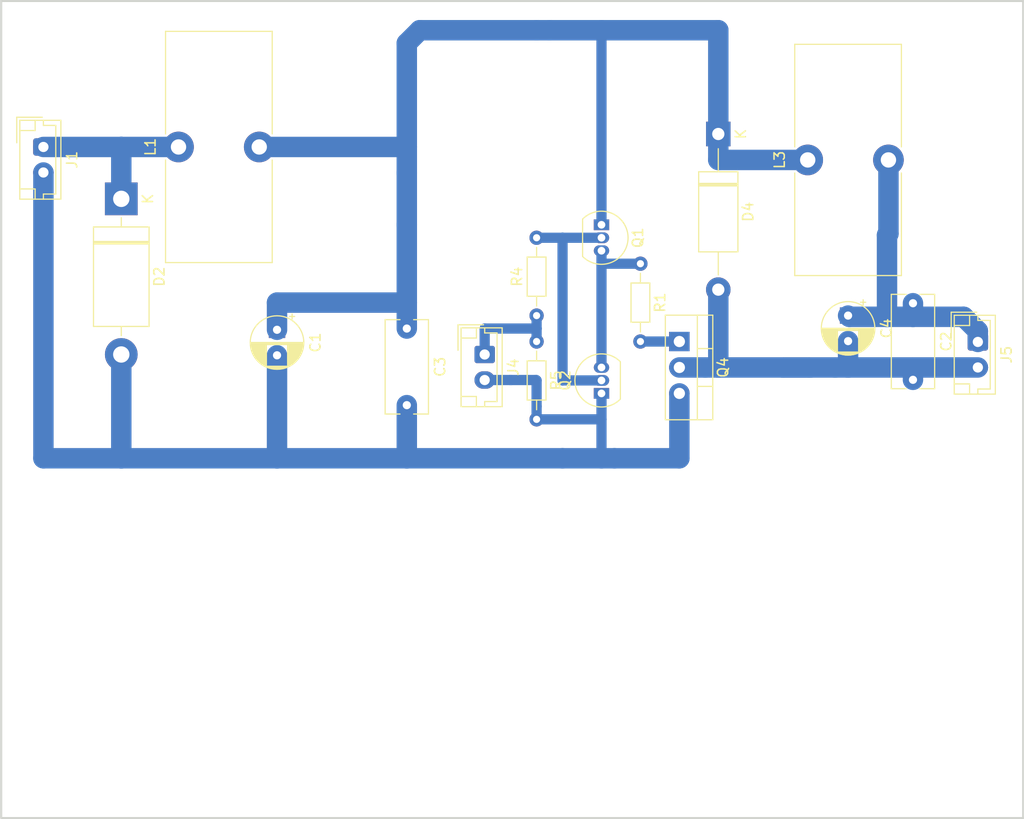
<source format=kicad_pcb>
(kicad_pcb (version 20221018) (generator pcbnew)
  (title_block (title "Battery Heater") (date "2023-10-22") (rev "1") (company "Andrew Boyson"))
  (layers (0 "F.Cu" signal) (31 "B.Cu" signal) (34 "B.Paste" user) (35 "F.Paste" user) (36 "B.SilkS" user "B.Silkscreen") (37 "F.SilkS" user "F.Silkscreen") (38 "B.Mask" user) (39 "F.Mask" user) (44 "Edge.Cuts" user))
  (net 0 "")
  (net 1 "/Supply")
  (net 2 "Net-(D4-K)")
  (net 3 "Net-(D2-A)")
  (net 4 "Net-(J5-Pin_1)")
  (net 5 "Net-(D4-A)")
  (net 6 "Net-(J4-Pin_1)")
  (net 7 "Net-(Q1-B)")
  (net 8 "Net-(Q1-E)")
  (net 9 "Net-(Q4-G)")
  (footprint "Capacitor_THT:CP_Radial_D5.0mm_P2.50mm" (layer "F.Cu") (at 102.87 50.8 -90)
    (fp_text reference "C4" (at 1.25 -3.75 -90) (layer "F.SilkS"))
    (fp_text value "220uF")
    (fp_line (start -1.554775 -1.475) (end -1.054775 -1.475) (stroke (width 0.12)) (layer "F.SilkS"))
    (fp_line (start -1.304775 -1.725) (end -1.304775 -1.225) (stroke (width 0.12)) (layer "F.SilkS"))
    (fp_line (start 1.25 -2.58) (end 1.25 2.58) (stroke (width 0.12)) (layer "F.SilkS"))
    (fp_line (start 1.29 -2.58) (end 1.29 2.58) (stroke (width 0.12)) (layer "F.SilkS"))
    (fp_line (start 1.33 -2.579) (end 1.33 2.579) (stroke (width 0.12)) (layer "F.SilkS"))
    (fp_line (start 1.37 -2.578) (end 1.37 2.578) (stroke (width 0.12)) (layer "F.SilkS"))
    (fp_line (start 1.41 -2.576) (end 1.41 2.576) (stroke (width 0.12)) (layer "F.SilkS"))
    (fp_line (start 1.45 -2.573) (end 1.45 2.573) (stroke (width 0.12)) (layer "F.SilkS"))
    (fp_line (start 1.49 -2.569) (end 1.49 -1.04) (stroke (width 0.12)) (layer "F.SilkS"))
    (fp_line (start 1.49 1.04) (end 1.49 2.569) (stroke (width 0.12)) (layer "F.SilkS"))
    (fp_line (start 1.53 -2.565) (end 1.53 -1.04) (stroke (width 0.12)) (layer "F.SilkS"))
    (fp_line (start 1.53 1.04) (end 1.53 2.565) (stroke (width 0.12)) (layer "F.SilkS"))
    (fp_line (start 1.57 -2.561) (end 1.57 -1.04) (stroke (width 0.12)) (layer "F.SilkS"))
    (fp_line (start 1.57 1.04) (end 1.57 2.561) (stroke (width 0.12)) (layer "F.SilkS"))
    (fp_line (start 1.61 -2.556) (end 1.61 -1.04) (stroke (width 0.12)) (layer "F.SilkS"))
    (fp_line (start 1.61 1.04) (end 1.61 2.556) (stroke (width 0.12)) (layer "F.SilkS"))
    (fp_line (start 1.65 -2.55) (end 1.65 -1.04) (stroke (width 0.12)) (layer "F.SilkS"))
    (fp_line (start 1.65 1.04) (end 1.65 2.55) (stroke (width 0.12)) (layer "F.SilkS"))
    (fp_line (start 1.69 -2.543) (end 1.69 -1.04) (stroke (width 0.12)) (layer "F.SilkS"))
    (fp_line (start 1.69 1.04) (end 1.69 2.543) (stroke (width 0.12)) (layer "F.SilkS"))
    (fp_line (start 1.73 -2.536) (end 1.73 -1.04) (stroke (width 0.12)) (layer "F.SilkS"))
    (fp_line (start 1.73 1.04) (end 1.73 2.536) (stroke (width 0.12)) (layer "F.SilkS"))
    (fp_line (start 1.77 -2.528) (end 1.77 -1.04) (stroke (width 0.12)) (layer "F.SilkS"))
    (fp_line (start 1.77 1.04) (end 1.77 2.528) (stroke (width 0.12)) (layer "F.SilkS"))
    (fp_line (start 1.81 -2.52) (end 1.81 -1.04) (stroke (width 0.12)) (layer "F.SilkS"))
    (fp_line (start 1.81 1.04) (end 1.81 2.52) (stroke (width 0.12)) (layer "F.SilkS"))
    (fp_line (start 1.85 -2.511) (end 1.85 -1.04) (stroke (width 0.12)) (layer "F.SilkS"))
    (fp_line (start 1.85 1.04) (end 1.85 2.511) (stroke (width 0.12)) (layer "F.SilkS"))
    (fp_line (start 1.89 -2.501) (end 1.89 -1.04) (stroke (width 0.12)) (layer "F.SilkS"))
    (fp_line (start 1.89 1.04) (end 1.89 2.501) (stroke (width 0.12)) (layer "F.SilkS"))
    (fp_line (start 1.93 -2.491) (end 1.93 -1.04) (stroke (width 0.12)) (layer "F.SilkS"))
    (fp_line (start 1.93 1.04) (end 1.93 2.491) (stroke (width 0.12)) (layer "F.SilkS"))
    (fp_line (start 1.971 -2.48) (end 1.971 -1.04) (stroke (width 0.12)) (layer "F.SilkS"))
    (fp_line (start 1.971 1.04) (end 1.971 2.48) (stroke (width 0.12)) (layer "F.SilkS"))
    (fp_line (start 2.011 -2.468) (end 2.011 -1.04) (stroke (width 0.12)) (layer "F.SilkS"))
    (fp_line (start 2.011 1.04) (end 2.011 2.468) (stroke (width 0.12)) (layer "F.SilkS"))
    (fp_line (start 2.051 -2.455) (end 2.051 -1.04) (stroke (width 0.12)) (layer "F.SilkS"))
    (fp_line (start 2.051 1.04) (end 2.051 2.455) (stroke (width 0.12)) (layer "F.SilkS"))
    (fp_line (start 2.091 -2.442) (end 2.091 -1.04) (stroke (width 0.12)) (layer "F.SilkS"))
    (fp_line (start 2.091 1.04) (end 2.091 2.442) (stroke (width 0.12)) (layer "F.SilkS"))
    (fp_line (start 2.131 -2.428) (end 2.131 -1.04) (stroke (width 0.12)) (layer "F.SilkS"))
    (fp_line (start 2.131 1.04) (end 2.131 2.428) (stroke (width 0.12)) (layer "F.SilkS"))
    (fp_line (start 2.171 -2.414) (end 2.171 -1.04) (stroke (width 0.12)) (layer "F.SilkS"))
    (fp_line (start 2.171 1.04) (end 2.171 2.414) (stroke (width 0.12)) (layer "F.SilkS"))
    (fp_line (start 2.211 -2.398) (end 2.211 -1.04) (stroke (width 0.12)) (layer "F.SilkS"))
    (fp_line (start 2.211 1.04) (end 2.211 2.398) (stroke (width 0.12)) (layer "F.SilkS"))
    (fp_line (start 2.251 -2.382) (end 2.251 -1.04) (stroke (width 0.12)) (layer "F.SilkS"))
    (fp_line (start 2.251 1.04) (end 2.251 2.382) (stroke (width 0.12)) (layer "F.SilkS"))
    (fp_line (start 2.291 -2.365) (end 2.291 -1.04) (stroke (width 0.12)) (layer "F.SilkS"))
    (fp_line (start 2.291 1.04) (end 2.291 2.365) (stroke (width 0.12)) (layer "F.SilkS"))
    (fp_line (start 2.331 -2.348) (end 2.331 -1.04) (stroke (width 0.12)) (layer "F.SilkS"))
    (fp_line (start 2.331 1.04) (end 2.331 2.348) (stroke (width 0.12)) (layer "F.SilkS"))
    (fp_line (start 2.371 -2.329) (end 2.371 -1.04) (stroke (width 0.12)) (layer "F.SilkS"))
    (fp_line (start 2.371 1.04) (end 2.371 2.329) (stroke (width 0.12)) (layer "F.SilkS"))
    (fp_line (start 2.411 -2.31) (end 2.411 -1.04) (stroke (width 0.12)) (layer "F.SilkS"))
    (fp_line (start 2.411 1.04) (end 2.411 2.31) (stroke (width 0.12)) (layer "F.SilkS"))
    (fp_line (start 2.451 -2.29) (end 2.451 -1.04) (stroke (width 0.12)) (layer "F.SilkS"))
    (fp_line (start 2.451 1.04) (end 2.451 2.29) (stroke (width 0.12)) (layer "F.SilkS"))
    (fp_line (start 2.491 -2.268) (end 2.491 -1.04) (stroke (width 0.12)) (layer "F.SilkS"))
    (fp_line (start 2.491 1.04) (end 2.491 2.268) (stroke (width 0.12)) (layer "F.SilkS"))
    (fp_line (start 2.531 -2.247) (end 2.531 -1.04) (stroke (width 0.12)) (layer "F.SilkS"))
    (fp_line (start 2.531 1.04) (end 2.531 2.247) (stroke (width 0.12)) (layer "F.SilkS"))
    (fp_line (start 2.571 -2.224) (end 2.571 -1.04) (stroke (width 0.12)) (layer "F.SilkS"))
    (fp_line (start 2.571 1.04) (end 2.571 2.224) (stroke (width 0.12)) (layer "F.SilkS"))
    (fp_line (start 2.611 -2.2) (end 2.611 -1.04) (stroke (width 0.12)) (layer "F.SilkS"))
    (fp_line (start 2.611 1.04) (end 2.611 2.2) (stroke (width 0.12)) (layer "F.SilkS"))
    (fp_line (start 2.651 -2.175) (end 2.651 -1.04) (stroke (width 0.12)) (layer "F.SilkS"))
    (fp_line (start 2.651 1.04) (end 2.651 2.175) (stroke (width 0.12)) (layer "F.SilkS"))
    (fp_line (start 2.691 -2.149) (end 2.691 -1.04) (stroke (width 0.12)) (layer "F.SilkS"))
    (fp_line (start 2.691 1.04) (end 2.691 2.149) (stroke (width 0.12)) (layer "F.SilkS"))
    (fp_line (start 2.731 -2.122) (end 2.731 -1.04) (stroke (width 0.12)) (layer "F.SilkS"))
    (fp_line (start 2.731 1.04) (end 2.731 2.122) (stroke (width 0.12)) (layer "F.SilkS"))
    (fp_line (start 2.771 -2.095) (end 2.771 -1.04) (stroke (width 0.12)) (layer "F.SilkS"))
    (fp_line (start 2.771 1.04) (end 2.771 2.095) (stroke (width 0.12)) (layer "F.SilkS"))
    (fp_line (start 2.811 -2.065) (end 2.811 -1.04) (stroke (width 0.12)) (layer "F.SilkS"))
    (fp_line (start 2.811 1.04) (end 2.811 2.065) (stroke (width 0.12)) (layer "F.SilkS"))
    (fp_line (start 2.851 -2.035) (end 2.851 -1.04) (stroke (width 0.12)) (layer "F.SilkS"))
    (fp_line (start 2.851 1.04) (end 2.851 2.035) (stroke (width 0.12)) (layer "F.SilkS"))
    (fp_line (start 2.891 -2.004) (end 2.891 -1.04) (stroke (width 0.12)) (layer "F.SilkS"))
    (fp_line (start 2.891 1.04) (end 2.891 2.004) (stroke (width 0.12)) (layer "F.SilkS"))
    (fp_line (start 2.931 -1.971) (end 2.931 -1.04) (stroke (width 0.12)) (layer "F.SilkS"))
    (fp_line (start 2.931 1.04) (end 2.931 1.971) (stroke (width 0.12)) (layer "F.SilkS"))
    (fp_line (start 2.971 -1.937) (end 2.971 -1.04) (stroke (width 0.12)) (layer "F.SilkS"))
    (fp_line (start 2.971 1.04) (end 2.971 1.937) (stroke (width 0.12)) (layer "F.SilkS"))
    (fp_line (start 3.011 -1.901) (end 3.011 -1.04) (stroke (width 0.12)) (layer "F.SilkS"))
    (fp_line (start 3.011 1.04) (end 3.011 1.901) (stroke (width 0.12)) (layer "F.SilkS"))
    (fp_line (start 3.051 -1.864) (end 3.051 -1.04) (stroke (width 0.12)) (layer "F.SilkS"))
    (fp_line (start 3.051 1.04) (end 3.051 1.864) (stroke (width 0.12)) (layer "F.SilkS"))
    (fp_line (start 3.091 -1.826) (end 3.091 -1.04) (stroke (width 0.12)) (layer "F.SilkS"))
    (fp_line (start 3.091 1.04) (end 3.091 1.826) (stroke (width 0.12)) (layer "F.SilkS"))
    (fp_line (start 3.131 -1.785) (end 3.131 -1.04) (stroke (width 0.12)) (layer "F.SilkS"))
    (fp_line (start 3.131 1.04) (end 3.131 1.785) (stroke (width 0.12)) (layer "F.SilkS"))
    (fp_line (start 3.171 -1.743) (end 3.171 -1.04) (stroke (width 0.12)) (layer "F.SilkS"))
    (fp_line (start 3.171 1.04) (end 3.171 1.743) (stroke (width 0.12)) (layer "F.SilkS"))
    (fp_line (start 3.211 -1.699) (end 3.211 -1.04) (stroke (width 0.12)) (layer "F.SilkS"))
    (fp_line (start 3.211 1.04) (end 3.211 1.699) (stroke (width 0.12)) (layer "F.SilkS"))
    (fp_line (start 3.251 -1.653) (end 3.251 -1.04) (stroke (width 0.12)) (layer "F.SilkS"))
    (fp_line (start 3.251 1.04) (end 3.251 1.653) (stroke (width 0.12)) (layer "F.SilkS"))
    (fp_line (start 3.291 -1.605) (end 3.291 -1.04) (stroke (width 0.12)) (layer "F.SilkS"))
    (fp_line (start 3.291 1.04) (end 3.291 1.605) (stroke (width 0.12)) (layer "F.SilkS"))
    (fp_line (start 3.331 -1.554) (end 3.331 -1.04) (stroke (width 0.12)) (layer "F.SilkS"))
    (fp_line (start 3.331 1.04) (end 3.331 1.554) (stroke (width 0.12)) (layer "F.SilkS"))
    (fp_line (start 3.371 -1.5) (end 3.371 -1.04) (stroke (width 0.12)) (layer "F.SilkS"))
    (fp_line (start 3.371 1.04) (end 3.371 1.5) (stroke (width 0.12)) (layer "F.SilkS"))
    (fp_line (start 3.411 -1.443) (end 3.411 -1.04) (stroke (width 0.12)) (layer "F.SilkS"))
    (fp_line (start 3.411 1.04) (end 3.411 1.443) (stroke (width 0.12)) (layer "F.SilkS"))
    (fp_line (start 3.451 -1.383) (end 3.451 -1.04) (stroke (width 0.12)) (layer "F.SilkS"))
    (fp_line (start 3.451 1.04) (end 3.451 1.383) (stroke (width 0.12)) (layer "F.SilkS"))
    (fp_line (start 3.491 -1.319) (end 3.491 -1.04) (stroke (width 0.12)) (layer "F.SilkS"))
    (fp_line (start 3.491 1.04) (end 3.491 1.319) (stroke (width 0.12)) (layer "F.SilkS"))
    (fp_line (start 3.531 -1.251) (end 3.531 -1.04) (stroke (width 0.12)) (layer "F.SilkS"))
    (fp_line (start 3.531 1.04) (end 3.531 1.251) (stroke (width 0.12)) (layer "F.SilkS"))
    (fp_line (start 3.571 -1.178) (end 3.571 1.178) (stroke (width 0.12)) (layer "F.SilkS"))
    (fp_line (start 3.611 -1.098) (end 3.611 1.098) (stroke (width 0.12)) (layer "F.SilkS"))
    (fp_line (start 3.651 -1.011) (end 3.651 1.011) (stroke (width 0.12)) (layer "F.SilkS"))
    (fp_line (start 3.691 -0.915) (end 3.691 0.915) (stroke (width 0.12)) (layer "F.SilkS"))
    (fp_line (start 3.731 -0.805) (end 3.731 0.805) (stroke (width 0.12)) (layer "F.SilkS"))
    (fp_line (start 3.771 -0.677) (end 3.771 0.677) (stroke (width 0.12)) (layer "F.SilkS"))
    (fp_line (start 3.811 -0.518) (end 3.811 0.518) (stroke (width 0.12)) (layer "F.SilkS"))
    (fp_line (start 3.851 -0.284) (end 3.851 0.284) (stroke (width 0.12)) (layer "F.SilkS"))
    (fp_circle (center 1.25 0) (end 3.87 0) (stroke (width 0.12)) (fill none) (layer "F.SilkS"))
    (pad "1" thru_hole rect (at 0 0 270) (size 1.6 1.6) (drill 0.8) (layers "*.Cu" "*.Mask") (net 4 "Net-(J5-Pin_1)"))
    (pad "2" thru_hole circle (at 2.5 0 270) (size 1.6 1.6) (drill 0.8) (layers "*.Cu" "*.Mask") (net 5 "Net-(D4-A)"))
  )
  (footprint "Resistor_THT:R_Axial_DIN0204_L3.6mm_D1.6mm_P7.62mm_Horizontal" (layer "F.Cu") (at 82.55 45.72 -90)
    (fp_text reference "R1" (at 3.81 -1.92 90) (layer "F.SilkS"))
    (fp_text value "10R")
    (fp_line (start 0.94 0) (end 1.89 0) (stroke (width 0.12)) (layer "F.SilkS"))
    (fp_line (start 1.89 -0.92) (end 1.89 0.92) (stroke (width 0.12)) (layer "F.SilkS"))
    (fp_line (start 1.89 0.92) (end 5.73 0.92) (stroke (width 0.12)) (layer "F.SilkS"))
    (fp_line (start 5.73 -0.92) (end 1.89 -0.92) (stroke (width 0.12)) (layer "F.SilkS"))
    (fp_line (start 5.73 0.92) (end 5.73 -0.92) (stroke (width 0.12)) (layer "F.SilkS"))
    (fp_line (start 6.68 0) (end 5.73 0) (stroke (width 0.12)) (layer "F.SilkS"))
    (pad "1" thru_hole circle (at 0 0 270) (size 1.4 1.4) (drill 0.7) (layers "*.Cu" "*.Mask") (net 8 "Net-(Q1-E)"))
    (pad "2" thru_hole oval (at 7.62 0 270) (size 1.4 1.4) (drill 0.7) (layers "*.Cu" "*.Mask") (net 9 "Net-(Q4-G)"))
  )
  (footprint "Inductor_THT:L_Toroid_Vertical_L22.4mm_W10.2mm_P7.90mm_Vishay_TJ4" (layer "F.Cu") (at 98.92 35.56 90)
    (fp_text reference "L3" (at 0 -2.75 90) (layer "F.SilkS"))
    (fp_text value "100uH")
    (fp_line (start -11.32 -1.27) (end -11.32 9.17) (stroke (width 0.12)) (layer "F.SilkS"))
    (fp_line (start -11.32 -1.27) (end -1.279 -1.27) (stroke (width 0.12)) (layer "F.SilkS"))
    (fp_line (start -11.32 9.17) (end -1.279 9.17) (stroke (width 0.12)) (layer "F.SilkS"))
    (fp_line (start 1.279 -1.27) (end 11.32 -1.27) (stroke (width 0.12)) (layer "F.SilkS"))
    (fp_line (start 1.279 9.17) (end 11.32 9.17) (stroke (width 0.12)) (layer "F.SilkS"))
    (fp_line (start 11.32 -1.27) (end 11.32 9.17) (stroke (width 0.12)) (layer "F.SilkS"))
    (pad "1" thru_hole circle (at 0 0 90) (size 3 3) (drill 1.5) (layers "*.Cu" "*.Mask") (net 2 "Net-(D4-K)"))
    (pad "2" thru_hole circle (at 0 7.9 90) (size 3 3) (drill 1.5) (layers "*.Cu" "*.Mask") (net 4 "Net-(J5-Pin_1)"))
  )
  (footprint "Package_TO_SOT_THT:TO-220-3_Vertical" (layer "F.Cu") (at 86.36 53.34 -90)
    (fp_text reference "Q4" (at 2.54 -4.27 90) (layer "F.SilkS"))
    (fp_text value "IRLZ34N")
    (fp_line (start -2.58 -3.27) (end -2.58 1.371) (stroke (width 0.12)) (layer "F.SilkS"))
    (fp_line (start -2.58 -3.27) (end 7.66 -3.27) (stroke (width 0.12)) (layer "F.SilkS"))
    (fp_line (start -2.58 -1.76) (end 7.66 -1.76) (stroke (width 0.12)) (layer "F.SilkS"))
    (fp_line (start -2.58 1.371) (end 7.66 1.371) (stroke (width 0.12)) (layer "F.SilkS"))
    (fp_line (start 0.69 -3.27) (end 0.69 -1.76) (stroke (width 0.12)) (layer "F.SilkS"))
    (fp_line (start 4.391 -3.27) (end 4.391 -1.76) (stroke (width 0.12)) (layer "F.SilkS"))
    (fp_line (start 7.66 -3.27) (end 7.66 1.371) (stroke (width 0.12)) (layer "F.SilkS"))
    (pad "1" thru_hole rect (at 0 0 270) (size 1.905 2) (drill 1.1) (layers "*.Cu" "*.Mask") (net 9 "Net-(Q4-G)"))
    (pad "2" thru_hole oval (at 2.54 0 270) (size 1.905 2) (drill 1.1) (layers "*.Cu" "*.Mask") (net 5 "Net-(D4-A)"))
    (pad "3" thru_hole oval (at 5.08 0 270) (size 1.905 2) (drill 1.1) (layers "*.Cu" "*.Mask") (net 3 "Net-(D2-A)"))
  )
  (footprint "Capacitor_THT:C_Rect_L9.0mm_W4.0mm_P7.50mm_MKT" (layer "F.Cu") (at 59.69 52.07 -90)
    (fp_text reference "C3" (at 3.75 -3.25 90) (layer "F.SilkS"))
    (fp_text value "0.1uF")
    (fp_line (start -0.87 -2.12) (end -0.87 -0.665) (stroke (width 0.12)) (layer "F.SilkS"))
    (fp_line (start -0.87 -2.12) (end 8.37 -2.12) (stroke (width 0.12)) (layer "F.SilkS"))
    (fp_line (start -0.87 0.665) (end -0.87 2.12) (stroke (width 0.12)) (layer "F.SilkS"))
    (fp_line (start -0.87 2.12) (end 8.37 2.12) (stroke (width 0.12)) (layer "F.SilkS"))
    (fp_line (start 8.37 -2.12) (end 8.37 -0.665) (stroke (width 0.12)) (layer "F.SilkS"))
    (fp_line (start 8.37 0.665) (end 8.37 2.12) (stroke (width 0.12)) (layer "F.SilkS"))
    (pad "1" thru_hole circle (at 0 0 270) (size 1.6 1.6) (drill 0.8) (layers "*.Cu" "*.Mask") (net 2 "Net-(D4-K)"))
    (pad "2" thru_hole circle (at 7.5 0 270) (size 1.6 1.6) (drill 0.8) (layers "*.Cu" "*.Mask") (net 3 "Net-(D2-A)"))
  )
  (footprint "Capacitor_THT:CP_Radial_D5.0mm_P2.50mm" (layer "F.Cu") (at 46.99 52.19 -90)
    (fp_text reference "C1" (at 1.25 -3.75 -90) (layer "F.SilkS"))
    (fp_text value "220uF")
    (fp_line (start -1.554775 -1.475) (end -1.054775 -1.475) (stroke (width 0.12)) (layer "F.SilkS"))
    (fp_line (start -1.304775 -1.725) (end -1.304775 -1.225) (stroke (width 0.12)) (layer "F.SilkS"))
    (fp_line (start 1.25 -2.58) (end 1.25 2.58) (stroke (width 0.12)) (layer "F.SilkS"))
    (fp_line (start 1.29 -2.58) (end 1.29 2.58) (stroke (width 0.12)) (layer "F.SilkS"))
    (fp_line (start 1.33 -2.579) (end 1.33 2.579) (stroke (width 0.12)) (layer "F.SilkS"))
    (fp_line (start 1.37 -2.578) (end 1.37 2.578) (stroke (width 0.12)) (layer "F.SilkS"))
    (fp_line (start 1.41 -2.576) (end 1.41 2.576) (stroke (width 0.12)) (layer "F.SilkS"))
    (fp_line (start 1.45 -2.573) (end 1.45 2.573) (stroke (width 0.12)) (layer "F.SilkS"))
    (fp_line (start 1.49 -2.569) (end 1.49 -1.04) (stroke (width 0.12)) (layer "F.SilkS"))
    (fp_line (start 1.49 1.04) (end 1.49 2.569) (stroke (width 0.12)) (layer "F.SilkS"))
    (fp_line (start 1.53 -2.565) (end 1.53 -1.04) (stroke (width 0.12)) (layer "F.SilkS"))
    (fp_line (start 1.53 1.04) (end 1.53 2.565) (stroke (width 0.12)) (layer "F.SilkS"))
    (fp_line (start 1.57 -2.561) (end 1.57 -1.04) (stroke (width 0.12)) (layer "F.SilkS"))
    (fp_line (start 1.57 1.04) (end 1.57 2.561) (stroke (width 0.12)) (layer "F.SilkS"))
    (fp_line (start 1.61 -2.556) (end 1.61 -1.04) (stroke (width 0.12)) (layer "F.SilkS"))
    (fp_line (start 1.61 1.04) (end 1.61 2.556) (stroke (width 0.12)) (layer "F.SilkS"))
    (fp_line (start 1.65 -2.55) (end 1.65 -1.04) (stroke (width 0.12)) (layer "F.SilkS"))
    (fp_line (start 1.65 1.04) (end 1.65 2.55) (stroke (width 0.12)) (layer "F.SilkS"))
    (fp_line (start 1.69 -2.543) (end 1.69 -1.04) (stroke (width 0.12)) (layer "F.SilkS"))
    (fp_line (start 1.69 1.04) (end 1.69 2.543) (stroke (width 0.12)) (layer "F.SilkS"))
    (fp_line (start 1.73 -2.536) (end 1.73 -1.04) (stroke (width 0.12)) (layer "F.SilkS"))
    (fp_line (start 1.73 1.04) (end 1.73 2.536) (stroke (width 0.12)) (layer "F.SilkS"))
    (fp_line (start 1.77 -2.528) (end 1.77 -1.04) (stroke (width 0.12)) (layer "F.SilkS"))
    (fp_line (start 1.77 1.04) (end 1.77 2.528) (stroke (width 0.12)) (layer "F.SilkS"))
    (fp_line (start 1.81 -2.52) (end 1.81 -1.04) (stroke (width 0.12)) (layer "F.SilkS"))
    (fp_line (start 1.81 1.04) (end 1.81 2.52) (stroke (width 0.12)) (layer "F.SilkS"))
    (fp_line (start 1.85 -2.511) (end 1.85 -1.04) (stroke (width 0.12)) (layer "F.SilkS"))
    (fp_line (start 1.85 1.04) (end 1.85 2.511) (stroke (width 0.12)) (layer "F.SilkS"))
    (fp_line (start 1.89 -2.501) (end 1.89 -1.04) (stroke (width 0.12)) (layer "F.SilkS"))
    (fp_line (start 1.89 1.04) (end 1.89 2.501) (stroke (width 0.12)) (layer "F.SilkS"))
    (fp_line (start 1.93 -2.491) (end 1.93 -1.04) (stroke (width 0.12)) (layer "F.SilkS"))
    (fp_line (start 1.93 1.04) (end 1.93 2.491) (stroke (width 0.12)) (layer "F.SilkS"))
    (fp_line (start 1.971 -2.48) (end 1.971 -1.04) (stroke (width 0.12)) (layer "F.SilkS"))
    (fp_line (start 1.971 1.04) (end 1.971 2.48) (stroke (width 0.12)) (layer "F.SilkS"))
    (fp_line (start 2.011 -2.468) (end 2.011 -1.04) (stroke (width 0.12)) (layer "F.SilkS"))
    (fp_line (start 2.011 1.04) (end 2.011 2.468) (stroke (width 0.12)) (layer "F.SilkS"))
    (fp_line (start 2.051 -2.455) (end 2.051 -1.04) (stroke (width 0.12)) (layer "F.SilkS"))
    (fp_line (start 2.051 1.04) (end 2.051 2.455) (stroke (width 0.12)) (layer "F.SilkS"))
    (fp_line (start 2.091 -2.442) (end 2.091 -1.04) (stroke (width 0.12)) (layer "F.SilkS"))
    (fp_line (start 2.091 1.04) (end 2.091 2.442) (stroke (width 0.12)) (layer "F.SilkS"))
    (fp_line (start 2.131 -2.428) (end 2.131 -1.04) (stroke (width 0.12)) (layer "F.SilkS"))
    (fp_line (start 2.131 1.04) (end 2.131 2.428) (stroke (width 0.12)) (layer "F.SilkS"))
    (fp_line (start 2.171 -2.414) (end 2.171 -1.04) (stroke (width 0.12)) (layer "F.SilkS"))
    (fp_line (start 2.171 1.04) (end 2.171 2.414) (stroke (width 0.12)) (layer "F.SilkS"))
    (fp_line (start 2.211 -2.398) (end 2.211 -1.04) (stroke (width 0.12)) (layer "F.SilkS"))
    (fp_line (start 2.211 1.04) (end 2.211 2.398) (stroke (width 0.12)) (layer "F.SilkS"))
    (fp_line (start 2.251 -2.382) (end 2.251 -1.04) (stroke (width 0.12)) (layer "F.SilkS"))
    (fp_line (start 2.251 1.04) (end 2.251 2.382) (stroke (width 0.12)) (layer "F.SilkS"))
    (fp_line (start 2.291 -2.365) (end 2.291 -1.04) (stroke (width 0.12)) (layer "F.SilkS"))
    (fp_line (start 2.291 1.04) (end 2.291 2.365) (stroke (width 0.12)) (layer "F.SilkS"))
    (fp_line (start 2.331 -2.348) (end 2.331 -1.04) (stroke (width 0.12)) (layer "F.SilkS"))
    (fp_line (start 2.331 1.04) (end 2.331 2.348) (stroke (width 0.12)) (layer "F.SilkS"))
    (fp_line (start 2.371 -2.329) (end 2.371 -1.04) (stroke (width 0.12)) (layer "F.SilkS"))
    (fp_line (start 2.371 1.04) (end 2.371 2.329) (stroke (width 0.12)) (layer "F.SilkS"))
    (fp_line (start 2.411 -2.31) (end 2.411 -1.04) (stroke (width 0.12)) (layer "F.SilkS"))
    (fp_line (start 2.411 1.04) (end 2.411 2.31) (stroke (width 0.12)) (layer "F.SilkS"))
    (fp_line (start 2.451 -2.29) (end 2.451 -1.04) (stroke (width 0.12)) (layer "F.SilkS"))
    (fp_line (start 2.451 1.04) (end 2.451 2.29) (stroke (width 0.12)) (layer "F.SilkS"))
    (fp_line (start 2.491 -2.268) (end 2.491 -1.04) (stroke (width 0.12)) (layer "F.SilkS"))
    (fp_line (start 2.491 1.04) (end 2.491 2.268) (stroke (width 0.12)) (layer "F.SilkS"))
    (fp_line (start 2.531 -2.247) (end 2.531 -1.04) (stroke (width 0.12)) (layer "F.SilkS"))
    (fp_line (start 2.531 1.04) (end 2.531 2.247) (stroke (width 0.12)) (layer "F.SilkS"))
    (fp_line (start 2.571 -2.224) (end 2.571 -1.04) (stroke (width 0.12)) (layer "F.SilkS"))
    (fp_line (start 2.571 1.04) (end 2.571 2.224) (stroke (width 0.12)) (layer "F.SilkS"))
    (fp_line (start 2.611 -2.2) (end 2.611 -1.04) (stroke (width 0.12)) (layer "F.SilkS"))
    (fp_line (start 2.611 1.04) (end 2.611 2.2) (stroke (width 0.12)) (layer "F.SilkS"))
    (fp_line (start 2.651 -2.175) (end 2.651 -1.04) (stroke (width 0.12)) (layer "F.SilkS"))
    (fp_line (start 2.651 1.04) (end 2.651 2.175) (stroke (width 0.12)) (layer "F.SilkS"))
    (fp_line (start 2.691 -2.149) (end 2.691 -1.04) (stroke (width 0.12)) (layer "F.SilkS"))
    (fp_line (start 2.691 1.04) (end 2.691 2.149) (stroke (width 0.12)) (layer "F.SilkS"))
    (fp_line (start 2.731 -2.122) (end 2.731 -1.04) (stroke (width 0.12)) (layer "F.SilkS"))
    (fp_line (start 2.731 1.04) (end 2.731 2.122) (stroke (width 0.12)) (layer "F.SilkS"))
    (fp_line (start 2.771 -2.095) (end 2.771 -1.04) (stroke (width 0.12)) (layer "F.SilkS"))
    (fp_line (start 2.771 1.04) (end 2.771 2.095) (stroke (width 0.12)) (layer "F.SilkS"))
    (fp_line (start 2.811 -2.065) (end 2.811 -1.04) (stroke (width 0.12)) (layer "F.SilkS"))
    (fp_line (start 2.811 1.04) (end 2.811 2.065) (stroke (width 0.12)) (layer "F.SilkS"))
    (fp_line (start 2.851 -2.035) (end 2.851 -1.04) (stroke (width 0.12)) (layer "F.SilkS"))
    (fp_line (start 2.851 1.04) (end 2.851 2.035) (stroke (width 0.12)) (layer "F.SilkS"))
    (fp_line (start 2.891 -2.004) (end 2.891 -1.04) (stroke (width 0.12)) (layer "F.SilkS"))
    (fp_line (start 2.891 1.04) (end 2.891 2.004) (stroke (width 0.12)) (layer "F.SilkS"))
    (fp_line (start 2.931 -1.971) (end 2.931 -1.04) (stroke (width 0.12)) (layer "F.SilkS"))
    (fp_line (start 2.931 1.04) (end 2.931 1.971) (stroke (width 0.12)) (layer "F.SilkS"))
    (fp_line (start 2.971 -1.937) (end 2.971 -1.04) (stroke (width 0.12)) (layer "F.SilkS"))
    (fp_line (start 2.971 1.04) (end 2.971 1.937) (stroke (width 0.12)) (layer "F.SilkS"))
    (fp_line (start 3.011 -1.901) (end 3.011 -1.04) (stroke (width 0.12)) (layer "F.SilkS"))
    (fp_line (start 3.011 1.04) (end 3.011 1.901) (stroke (width 0.12)) (layer "F.SilkS"))
    (fp_line (start 3.051 -1.864) (end 3.051 -1.04) (stroke (width 0.12)) (layer "F.SilkS"))
    (fp_line (start 3.051 1.04) (end 3.051 1.864) (stroke (width 0.12)) (layer "F.SilkS"))
    (fp_line (start 3.091 -1.826) (end 3.091 -1.04) (stroke (width 0.12)) (layer "F.SilkS"))
    (fp_line (start 3.091 1.04) (end 3.091 1.826) (stroke (width 0.12)) (layer "F.SilkS"))
    (fp_line (start 3.131 -1.785) (end 3.131 -1.04) (stroke (width 0.12)) (layer "F.SilkS"))
    (fp_line (start 3.131 1.04) (end 3.131 1.785) (stroke (width 0.12)) (layer "F.SilkS"))
    (fp_line (start 3.171 -1.743) (end 3.171 -1.04) (stroke (width 0.12)) (layer "F.SilkS"))
    (fp_line (start 3.171 1.04) (end 3.171 1.743) (stroke (width 0.12)) (layer "F.SilkS"))
    (fp_line (start 3.211 -1.699) (end 3.211 -1.04) (stroke (width 0.12)) (layer "F.SilkS"))
    (fp_line (start 3.211 1.04) (end 3.211 1.699) (stroke (width 0.12)) (layer "F.SilkS"))
    (fp_line (start 3.251 -1.653) (end 3.251 -1.04) (stroke (width 0.12)) (layer "F.SilkS"))
    (fp_line (start 3.251 1.04) (end 3.251 1.653) (stroke (width 0.12)) (layer "F.SilkS"))
    (fp_line (start 3.291 -1.605) (end 3.291 -1.04) (stroke (width 0.12)) (layer "F.SilkS"))
    (fp_line (start 3.291 1.04) (end 3.291 1.605) (stroke (width 0.12)) (layer "F.SilkS"))
    (fp_line (start 3.331 -1.554) (end 3.331 -1.04) (stroke (width 0.12)) (layer "F.SilkS"))
    (fp_line (start 3.331 1.04) (end 3.331 1.554) (stroke (width 0.12)) (layer "F.SilkS"))
    (fp_line (start 3.371 -1.5) (end 3.371 -1.04) (stroke (width 0.12)) (layer "F.SilkS"))
    (fp_line (start 3.371 1.04) (end 3.371 1.5) (stroke (width 0.12)) (layer "F.SilkS"))
    (fp_line (start 3.411 -1.443) (end 3.411 -1.04) (stroke (width 0.12)) (layer "F.SilkS"))
    (fp_line (start 3.411 1.04) (end 3.411 1.443) (stroke (width 0.12)) (layer "F.SilkS"))
    (fp_line (start 3.451 -1.383) (end 3.451 -1.04) (stroke (width 0.12)) (layer "F.SilkS"))
    (fp_line (start 3.451 1.04) (end 3.451 1.383) (stroke (width 0.12)) (layer "F.SilkS"))
    (fp_line (start 3.491 -1.319) (end 3.491 -1.04) (stroke (width 0.12)) (layer "F.SilkS"))
    (fp_line (start 3.491 1.04) (end 3.491 1.319) (stroke (width 0.12)) (layer "F.SilkS"))
    (fp_line (start 3.531 -1.251) (end 3.531 -1.04) (stroke (width 0.12)) (layer "F.SilkS"))
    (fp_line (start 3.531 1.04) (end 3.531 1.251) (stroke (width 0.12)) (layer "F.SilkS"))
    (fp_line (start 3.571 -1.178) (end 3.571 1.178) (stroke (width 0.12)) (layer "F.SilkS"))
    (fp_line (start 3.611 -1.098) (end 3.611 1.098) (stroke (width 0.12)) (layer "F.SilkS"))
    (fp_line (start 3.651 -1.011) (end 3.651 1.011) (stroke (width 0.12)) (layer "F.SilkS"))
    (fp_line (start 3.691 -0.915) (end 3.691 0.915) (stroke (width 0.12)) (layer "F.SilkS"))
    (fp_line (start 3.731 -0.805) (end 3.731 0.805) (stroke (width 0.12)) (layer "F.SilkS"))
    (fp_line (start 3.771 -0.677) (end 3.771 0.677) (stroke (width 0.12)) (layer "F.SilkS"))
    (fp_line (start 3.811 -0.518) (end 3.811 0.518) (stroke (width 0.12)) (layer "F.SilkS"))
    (fp_line (start 3.851 -0.284) (end 3.851 0.284) (stroke (width 0.12)) (layer "F.SilkS"))
    (fp_circle (center 1.25 0) (end 3.87 0) (stroke (width 0.12)) (fill none) (layer "F.SilkS"))
    (pad "1" thru_hole rect (at 0 0 270) (size 1.6 1.6) (drill 0.8) (layers "*.Cu" "*.Mask") (net 2 "Net-(D4-K)"))
    (pad "2" thru_hole circle (at 2.5 0 270) (size 1.6 1.6) (drill 0.8) (layers "*.Cu" "*.Mask") (net 3 "Net-(D2-A)"))
  )
  (footprint "Capacitor_THT:C_Rect_L9.0mm_W4.0mm_P7.50mm_MKT" (layer "F.Cu") (at 109.22 49.59 -90)
    (fp_text reference "C2" (at 3.75 -3.25 90) (layer "F.SilkS"))
    (fp_text value "0.1uF")
    (fp_line (start -0.87 -2.12) (end -0.87 -0.665) (stroke (width 0.12)) (layer "F.SilkS"))
    (fp_line (start -0.87 -2.12) (end 8.37 -2.12) (stroke (width 0.12)) (layer "F.SilkS"))
    (fp_line (start -0.87 0.665) (end -0.87 2.12) (stroke (width 0.12)) (layer "F.SilkS"))
    (fp_line (start -0.87 2.12) (end 8.37 2.12) (stroke (width 0.12)) (layer "F.SilkS"))
    (fp_line (start 8.37 -2.12) (end 8.37 -0.665) (stroke (width 0.12)) (layer "F.SilkS"))
    (fp_line (start 8.37 0.665) (end 8.37 2.12) (stroke (width 0.12)) (layer "F.SilkS"))
    (pad "1" thru_hole circle (at 0 0 270) (size 1.6 1.6) (drill 0.8) (layers "*.Cu" "*.Mask") (net 4 "Net-(J5-Pin_1)"))
    (pad "2" thru_hole circle (at 7.5 0 270) (size 1.6 1.6) (drill 0.8) (layers "*.Cu" "*.Mask") (net 5 "Net-(D4-A)"))
  )
  (footprint "Package_TO_SOT_THT:TO-92_Inline" (layer "F.Cu") (at 78.74 58.42 90)
    (fp_text reference "Q2" (at 1.27 -3.56 90) (layer "F.SilkS"))
    (fp_text value "BC557")
    (fp_line (start -0.53 1.85) (end 3.07 1.85) (stroke (width 0.12)) (layer "F.SilkS"))
    (fp_arc (start -0.568478 1.838478) (mid -1.132087 -0.994977) (end 1.27 -2.6) (stroke (width 0.12)) (layer "F.SilkS"))
    (fp_arc (start 1.27 -2.6) (mid 3.672087 -0.994977) (end 3.108478 1.838478) (stroke (width 0.12)) (layer "F.SilkS"))
    (pad "1" thru_hole rect (at 0 0 90) (size 1.05 1.5) (drill 0.75) (layers "*.Cu" "*.Mask") (net 3 "Net-(D2-A)"))
    (pad "2" thru_hole oval (at 1.27 0 90) (size 1.05 1.5) (drill 0.75) (layers "*.Cu" "*.Mask") (net 7 "Net-(Q1-B)"))
    (pad "3" thru_hole oval (at 2.54 0 90) (size 1.05 1.5) (drill 0.75) (layers "*.Cu" "*.Mask") (net 8 "Net-(Q1-E)"))
  )
  (footprint "Diode_THT:D_DO-201AD_P15.24mm_Horizontal" (layer "F.Cu") (at 31.75 39.37 -90)
    (fp_text reference "D2" (at 7.62 -3.72 90) (layer "F.SilkS"))
    (fp_text value "1N5400")
    (fp_text user "K" (at 0 -2.6 90) (layer "F.SilkS"))
    (fp_line (start 1.84 0) (end 2.75 0) (stroke (width 0.12)) (layer "F.SilkS"))
    (fp_line (start 2.75 -2.72) (end 2.75 2.72) (stroke (width 0.12)) (layer "F.SilkS"))
    (fp_line (start 2.75 2.72) (end 12.49 2.72) (stroke (width 0.12)) (layer "F.SilkS"))
    (fp_line (start 4.175 -2.72) (end 4.175 2.72) (stroke (width 0.12)) (layer "F.SilkS"))
    (fp_line (start 4.295 -2.72) (end 4.295 2.72) (stroke (width 0.12)) (layer "F.SilkS"))
    (fp_line (start 4.415 -2.72) (end 4.415 2.72) (stroke (width 0.12)) (layer "F.SilkS"))
    (fp_line (start 12.49 -2.72) (end 2.75 -2.72) (stroke (width 0.12)) (layer "F.SilkS"))
    (fp_line (start 12.49 2.72) (end 12.49 -2.72) (stroke (width 0.12)) (layer "F.SilkS"))
    (fp_line (start 13.4 0) (end 12.49 0) (stroke (width 0.12)) (layer "F.SilkS"))
    (pad "1" thru_hole rect (at 0 0 270) (size 3.2 3.2) (drill 1.6) (layers "*.Cu" "*.Mask") (net 1 "/Supply"))
    (pad "2" thru_hole oval (at 15.24 0 270) (size 3.2 3.2) (drill 1.6) (layers "*.Cu" "*.Mask") (net 3 "Net-(D2-A)"))
  )
  (footprint "Inductor_THT:L_Toroid_Vertical_L22.4mm_W10.2mm_P7.90mm_Vishay_TJ4" (layer "F.Cu") (at 37.35 34.29 90)
    (fp_text reference "L1" (at 0 -2.75 90) (layer "F.SilkS"))
    (fp_text value "100uH")
    (fp_line (start -11.32 -1.27) (end -11.32 9.17) (stroke (width 0.12)) (layer "F.SilkS"))
    (fp_line (start -11.32 -1.27) (end -1.279 -1.27) (stroke (width 0.12)) (layer "F.SilkS"))
    (fp_line (start -11.32 9.17) (end -1.279 9.17) (stroke (width 0.12)) (layer "F.SilkS"))
    (fp_line (start 1.279 -1.27) (end 11.32 -1.27) (stroke (width 0.12)) (layer "F.SilkS"))
    (fp_line (start 1.279 9.17) (end 11.32 9.17) (stroke (width 0.12)) (layer "F.SilkS"))
    (fp_line (start 11.32 -1.27) (end 11.32 9.17) (stroke (width 0.12)) (layer "F.SilkS"))
    (pad "1" thru_hole circle (at 0 0 90) (size 3 3) (drill 1.5) (layers "*.Cu" "*.Mask") (net 1 "/Supply"))
    (pad "2" thru_hole circle (at 0 7.9 90) (size 3 3) (drill 1.5) (layers "*.Cu" "*.Mask") (net 2 "Net-(D4-K)"))
  )
  (footprint "Diode_THT:D_DO-15_P15.24mm_Horizontal" (layer "F.Cu") (at 90.17 33.02 -90)
    (fp_text reference "D4" (at 7.62 -2.92 90) (layer "F.SilkS"))
    (fp_text value "SB5100")
    (fp_text user "K" (at 0 -2.2 90) (layer "F.SilkS"))
    (fp_line (start 1.44 0) (end 3.7 0) (stroke (width 0.12)) (layer "F.SilkS"))
    (fp_line (start 3.7 -1.92) (end 3.7 1.92) (stroke (width 0.12)) (layer "F.SilkS"))
    (fp_line (start 3.7 1.92) (end 11.54 1.92) (stroke (width 0.12)) (layer "F.SilkS"))
    (fp_line (start 4.84 -1.92) (end 4.84 1.92) (stroke (width 0.12)) (layer "F.SilkS"))
    (fp_line (start 4.96 -1.92) (end 4.96 1.92) (stroke (width 0.12)) (layer "F.SilkS"))
    (fp_line (start 5.08 -1.92) (end 5.08 1.92) (stroke (width 0.12)) (layer "F.SilkS"))
    (fp_line (start 11.54 -1.92) (end 3.7 -1.92) (stroke (width 0.12)) (layer "F.SilkS"))
    (fp_line (start 11.54 1.92) (end 11.54 -1.92) (stroke (width 0.12)) (layer "F.SilkS"))
    (fp_line (start 13.8 0) (end 11.54 0) (stroke (width 0.12)) (layer "F.SilkS"))
    (pad "1" thru_hole rect (at 0 0 270) (size 2.4 2.4) (drill 1.2) (layers "*.Cu" "*.Mask") (net 2 "Net-(D4-K)"))
    (pad "2" thru_hole oval (at 15.24 0 270) (size 2.4 2.4) (drill 1.2) (layers "*.Cu" "*.Mask") (net 5 "Net-(D4-A)"))
  )
  (footprint "Connector_JST:JST_EH_B2B-EH-A_1x02_P2.50mm_Vertical" (layer "F.Cu") (at 24.13 34.29 -90)
    (fp_text reference "J1" (at 1.25 -2.8 90) (layer "F.SilkS"))
    (fp_text value "Supply")
    (fp_line (start -2.91 0.11) (end -2.91 2.61) (stroke (width 0.12)) (layer "F.SilkS"))
    (fp_line (start -2.91 2.61) (end -0.41 2.61) (stroke (width 0.12)) (layer "F.SilkS"))
    (fp_line (start -2.61 -1.71) (end -2.61 2.31) (stroke (width 0.12)) (layer "F.SilkS"))
    (fp_line (start -2.61 0) (end -2.11 0) (stroke (width 0.12)) (layer "F.SilkS"))
    (fp_line (start -2.61 0.81) (end -1.61 0.81) (stroke (width 0.12)) (layer "F.SilkS"))
    (fp_line (start -2.61 2.31) (end 5.11 2.31) (stroke (width 0.12)) (layer "F.SilkS"))
    (fp_line (start -2.11 -1.21) (end 4.61 -1.21) (stroke (width 0.12)) (layer "F.SilkS"))
    (fp_line (start -2.11 0) (end -2.11 -1.21) (stroke (width 0.12)) (layer "F.SilkS"))
    (fp_line (start -1.61 0.81) (end -1.61 2.31) (stroke (width 0.12)) (layer "F.SilkS"))
    (fp_line (start 4.11 0.81) (end 4.11 2.31) (stroke (width 0.12)) (layer "F.SilkS"))
    (fp_line (start 4.61 -1.21) (end 4.61 0) (stroke (width 0.12)) (layer "F.SilkS"))
    (fp_line (start 4.61 0) (end 5.11 0) (stroke (width 0.12)) (layer "F.SilkS"))
    (fp_line (start 5.11 -1.71) (end -2.61 -1.71) (stroke (width 0.12)) (layer "F.SilkS"))
    (fp_line (start 5.11 0.81) (end 4.11 0.81) (stroke (width 0.12)) (layer "F.SilkS"))
    (fp_line (start 5.11 2.31) (end 5.11 -1.71) (stroke (width 0.12)) (layer "F.SilkS"))
    (pad "1" thru_hole roundrect (at 0 0 270) (size 1.7 2) (drill 1) (layers "*.Cu" "*.Mask") (roundrect_rratio 0.147059) (net 1 "/Supply"))
    (pad "2" thru_hole oval (at 2.5 0 270) (size 1.7 2) (drill 1) (layers "*.Cu" "*.Mask") (net 3 "Net-(D2-A)"))
  )
  (footprint "Connector_JST:JST_EH_B2B-EH-A_1x02_P2.50mm_Vertical" (layer "F.Cu") (at 67.31 54.61 -90)
    (fp_text reference "J4" (at 1.25 -2.8 90) (layer "F.SilkS"))
    (fp_text value "PWM")
    (fp_line (start -2.91 0.11) (end -2.91 2.61) (stroke (width 0.12)) (layer "F.SilkS"))
    (fp_line (start -2.91 2.61) (end -0.41 2.61) (stroke (width 0.12)) (layer "F.SilkS"))
    (fp_line (start -2.61 -1.71) (end -2.61 2.31) (stroke (width 0.12)) (layer "F.SilkS"))
    (fp_line (start -2.61 0) (end -2.11 0) (stroke (width 0.12)) (layer "F.SilkS"))
    (fp_line (start -2.61 0.81) (end -1.61 0.81) (stroke (width 0.12)) (layer "F.SilkS"))
    (fp_line (start -2.61 2.31) (end 5.11 2.31) (stroke (width 0.12)) (layer "F.SilkS"))
    (fp_line (start -2.11 -1.21) (end 4.61 -1.21) (stroke (width 0.12)) (layer "F.SilkS"))
    (fp_line (start -2.11 0) (end -2.11 -1.21) (stroke (width 0.12)) (layer "F.SilkS"))
    (fp_line (start -1.61 0.81) (end -1.61 2.31) (stroke (width 0.12)) (layer "F.SilkS"))
    (fp_line (start 4.11 0.81) (end 4.11 2.31) (stroke (width 0.12)) (layer "F.SilkS"))
    (fp_line (start 4.61 -1.21) (end 4.61 0) (stroke (width 0.12)) (layer "F.SilkS"))
    (fp_line (start 4.61 0) (end 5.11 0) (stroke (width 0.12)) (layer "F.SilkS"))
    (fp_line (start 5.11 -1.71) (end -2.61 -1.71) (stroke (width 0.12)) (layer "F.SilkS"))
    (fp_line (start 5.11 0.81) (end 4.11 0.81) (stroke (width 0.12)) (layer "F.SilkS"))
    (fp_line (start 5.11 2.31) (end 5.11 -1.71) (stroke (width 0.12)) (layer "F.SilkS"))
    (pad "1" thru_hole roundrect (at 0 0 270) (size 1.7 2) (drill 1) (layers "*.Cu" "*.Mask") (roundrect_rratio 0.147059) (net 6 "Net-(J4-Pin_1)"))
    (pad "2" thru_hole oval (at 2.5 0 270) (size 1.7 2) (drill 1) (layers "*.Cu" "*.Mask") (net 3 "Net-(D2-A)"))
  )
  (footprint "Package_TO_SOT_THT:TO-92_Inline" (layer "F.Cu") (at 78.74 41.91 -90)
    (fp_text reference "Q1" (at 1.27 -3.56 90) (layer "F.SilkS"))
    (fp_text value "BC547")
    (fp_line (start -0.53 1.85) (end 3.07 1.85) (stroke (width 0.12)) (layer "F.SilkS"))
    (fp_arc (start -0.568478 1.838478) (mid -1.132087 -0.994977) (end 1.27 -2.6) (stroke (width 0.12)) (layer "F.SilkS"))
    (fp_arc (start 1.27 -2.6) (mid 3.672087 -0.994977) (end 3.108478 1.838478) (stroke (width 0.12)) (layer "F.SilkS"))
    (pad "1" thru_hole rect (at 0 0 270) (size 1.05 1.5) (drill 0.75) (layers "*.Cu" "*.Mask") (net 2 "Net-(D4-K)"))
    (pad "2" thru_hole oval (at 1.27 0 270) (size 1.05 1.5) (drill 0.75) (layers "*.Cu" "*.Mask") (net 7 "Net-(Q1-B)"))
    (pad "3" thru_hole oval (at 2.54 0 270) (size 1.05 1.5) (drill 0.75) (layers "*.Cu" "*.Mask") (net 8 "Net-(Q1-E)"))
  )
  (footprint "Connector_JST:JST_EH_B2B-EH-A_1x02_P2.50mm_Vertical" (layer "F.Cu") (at 115.57 53.38 -90)
    (fp_text reference "J5" (at 1.25 -2.8 90) (layer "F.SilkS"))
    (fp_text value "Load")
    (fp_line (start -2.91 0.11) (end -2.91 2.61) (stroke (width 0.12)) (layer "F.SilkS"))
    (fp_line (start -2.91 2.61) (end -0.41 2.61) (stroke (width 0.12)) (layer "F.SilkS"))
    (fp_line (start -2.61 -1.71) (end -2.61 2.31) (stroke (width 0.12)) (layer "F.SilkS"))
    (fp_line (start -2.61 0) (end -2.11 0) (stroke (width 0.12)) (layer "F.SilkS"))
    (fp_line (start -2.61 0.81) (end -1.61 0.81) (stroke (width 0.12)) (layer "F.SilkS"))
    (fp_line (start -2.61 2.31) (end 5.11 2.31) (stroke (width 0.12)) (layer "F.SilkS"))
    (fp_line (start -2.11 -1.21) (end 4.61 -1.21) (stroke (width 0.12)) (layer "F.SilkS"))
    (fp_line (start -2.11 0) (end -2.11 -1.21) (stroke (width 0.12)) (layer "F.SilkS"))
    (fp_line (start -1.61 0.81) (end -1.61 2.31) (stroke (width 0.12)) (layer "F.SilkS"))
    (fp_line (start 4.11 0.81) (end 4.11 2.31) (stroke (width 0.12)) (layer "F.SilkS"))
    (fp_line (start 4.61 -1.21) (end 4.61 0) (stroke (width 0.12)) (layer "F.SilkS"))
    (fp_line (start 4.61 0) (end 5.11 0) (stroke (width 0.12)) (layer "F.SilkS"))
    (fp_line (start 5.11 -1.71) (end -2.61 -1.71) (stroke (width 0.12)) (layer "F.SilkS"))
    (fp_line (start 5.11 0.81) (end 4.11 0.81) (stroke (width 0.12)) (layer "F.SilkS"))
    (fp_line (start 5.11 2.31) (end 5.11 -1.71) (stroke (width 0.12)) (layer "F.SilkS"))
    (pad "1" thru_hole roundrect (at 0 0 270) (size 1.7 2) (drill 1) (layers "*.Cu" "*.Mask") (roundrect_rratio 0.147059) (net 4 "Net-(J5-Pin_1)"))
    (pad "2" thru_hole oval (at 2.5 0 270) (size 1.7 2) (drill 1) (layers "*.Cu" "*.Mask") (net 5 "Net-(D4-A)"))
  )
  (footprint "Resistor_THT:R_Axial_DIN0204_L3.6mm_D1.6mm_P7.62mm_Horizontal" (layer "F.Cu") (at 72.39 53.34 -90)
    (fp_text reference "R5" (at 3.81 -1.92 90) (layer "F.SilkS"))
    (fp_text value "100K")
    (fp_line (start 0.94 0) (end 1.89 0) (stroke (width 0.12)) (layer "F.SilkS"))
    (fp_line (start 1.89 -0.92) (end 1.89 0.92) (stroke (width 0.12)) (layer "F.SilkS"))
    (fp_line (start 1.89 0.92) (end 5.73 0.92) (stroke (width 0.12)) (layer "F.SilkS"))
    (fp_line (start 5.73 -0.92) (end 1.89 -0.92) (stroke (width 0.12)) (layer "F.SilkS"))
    (fp_line (start 5.73 0.92) (end 5.73 -0.92) (stroke (width 0.12)) (layer "F.SilkS"))
    (fp_line (start 6.68 0) (end 5.73 0) (stroke (width 0.12)) (layer "F.SilkS"))
    (pad "1" thru_hole circle (at 0 0 270) (size 1.4 1.4) (drill 0.7) (layers "*.Cu" "*.Mask") (net 6 "Net-(J4-Pin_1)"))
    (pad "2" thru_hole oval (at 7.62 0 270) (size 1.4 1.4) (drill 0.7) (layers "*.Cu" "*.Mask") (net 3 "Net-(D2-A)"))
  )
  (footprint "Resistor_THT:R_Axial_DIN0204_L3.6mm_D1.6mm_P7.62mm_Horizontal" (layer "F.Cu") (at 72.39 50.8 90)
    (fp_text reference "R4" (at 3.81 -1.92 90) (layer "F.SilkS"))
    (fp_text value "180R")
    (fp_line (start 0.94 0) (end 1.89 0) (stroke (width 0.12)) (layer "F.SilkS"))
    (fp_line (start 1.89 -0.92) (end 1.89 0.92) (stroke (width 0.12)) (layer "F.SilkS"))
    (fp_line (start 1.89 0.92) (end 5.73 0.92) (stroke (width 0.12)) (layer "F.SilkS"))
    (fp_line (start 5.73 -0.92) (end 1.89 -0.92) (stroke (width 0.12)) (layer "F.SilkS"))
    (fp_line (start 5.73 0.92) (end 5.73 -0.92) (stroke (width 0.12)) (layer "F.SilkS"))
    (fp_line (start 6.68 0) (end 5.73 0) (stroke (width 0.12)) (layer "F.SilkS"))
    (pad "1" thru_hole circle (at 0 0 90) (size 1.4 1.4) (drill 0.7) (layers "*.Cu" "*.Mask") (net 6 "Net-(J4-Pin_1)"))
    (pad "2" thru_hole oval (at 7.62 0 90) (size 1.4 1.4) (drill 0.7) (layers "*.Cu" "*.Mask") (net 7 "Net-(Q1-B)"))
  )
  (gr_rect (start 20 20) (end 120 100) (stroke (width 0.2)) (fill none) (layer "Edge.Cuts"))
  (segment (start 24.13 34.29) (end 31.75 34.29) (width 2) (layer "B.Cu") (net 1))
  (segment (start 31.75 39.37) (end 31.75 34.29) (width 2) (layer "B.Cu") (net 1))
  (segment (start 31.75 34.29) (end 37.35 34.29) (width 2) (layer "B.Cu") (net 1))
  (segment (start 59.69 52.07) (end 59.69 49.53) (width 2) (layer "B.Cu") (net 2))
  (segment (start 59.69 24.13) (end 59.69 34.29) (width 2) (layer "B.Cu") (net 2))
  (segment (start 78.74 22.86) (end 90.17 22.86) (width 2) (layer "B.Cu") (net 2))
  (segment (start 90.17 35.56) (end 90.17 33.02) (width 2) (layer "B.Cu") (net 2))
  (segment (start 59.69 41.91) (end 59.69 36.83) (width 2) (layer "B.Cu") (net 2))
  (segment (start 59.69 34.29) (end 45.25 34.29) (width 2) (layer "B.Cu") (net 2))
  (segment (start 98.92 35.56) (end 90.17 35.56) (width 2) (layer "B.Cu") (net 2))
  (segment (start 72.39 22.86) (end 60.96 22.86) (width 2) (layer "B.Cu") (net 2))
  (segment (start 73.66 22.86) (end 72.39 22.86) (width 2) (layer "B.Cu") (net 2))
  (segment (start 78.74 41.91) (end 78.74 22.86) (width 1) (layer "B.Cu") (net 2))
  (segment (start 60.96 22.86) (end 59.69 24.13) (width 2) (layer "B.Cu") (net 2))
  (segment (start 78.74 22.86) (end 73.66 22.86) (width 2) (layer "B.Cu") (net 2))
  (segment (start 90.17 22.86) (end 90.17 33.02) (width 2) (layer "B.Cu") (net 2))
  (segment (start 59.69 36.83) (end 59.69 34.29) (width 2) (layer "B.Cu") (net 2))
  (segment (start 59.69 49.53) (end 59.69 41.91) (width 2) (layer "B.Cu") (net 2))
  (segment (start 46.99 49.53) (end 59.69 49.53) (width 2) (layer "B.Cu") (net 2))
  (segment (start 46.99 52.19) (end 46.99 49.53) (width 2) (layer "B.Cu") (net 2))
  (segment (start 74.93 64.77) (end 78.74 64.77) (width 2) (layer "B.Cu") (net 3))
  (segment (start 72.39 59.69) (end 72.39 60.96) (width 1) (layer "B.Cu") (net 3))
  (segment (start 86.36 64.77) (end 86.36 58.42) (width 2) (layer "B.Cu") (net 3))
  (segment (start 78.74 64.77) (end 80.01 64.77) (width 2) (layer "B.Cu") (net 3))
  (segment (start 59.69 59.57) (end 59.69 64.77) (width 2) (layer "B.Cu") (net 3))
  (segment (start 78.74 60.96) (end 78.74 64.77) (width 1) (layer "B.Cu") (net 3))
  (segment (start 72.39 57.15) (end 72.39 59.69) (width 1) (layer "B.Cu") (net 3))
  (segment (start 67.31 57.11) (end 69.85 57.11) (width 1) (layer "B.Cu") (net 3))
  (segment (start 46.99 54.69) (end 46.99 64.77) (width 2) (layer "B.Cu") (net 3))
  (segment (start 80.01 64.77) (end 86.36 64.77) (width 2) (layer "B.Cu") (net 3))
  (segment (start 46.99 64.77) (end 59.69 64.77) (width 2) (layer "B.Cu") (net 3))
  (segment (start 31.75 64.77) (end 46.99 64.77) (width 2) (layer "B.Cu") (net 3))
  (segment (start 69.85 57.11) (end 72.35 57.11) (width 1) (layer "B.Cu") (net 3))
  (segment (start 24.13 64.77) (end 31.75 64.77) (width 2) (layer "B.Cu") (net 3))
  (segment (start 72.39 60.96) (end 78.74 60.96) (width 1) (layer "B.Cu") (net 3))
  (segment (start 78.74 58.42) (end 78.74 60.96) (width 1) (layer "B.Cu") (net 3))
  (segment (start 72.35 57.11) (end 72.39 57.15) (width 1) (layer "B.Cu") (net 3))
  (segment (start 24.13 36.79) (end 24.13 64.77) (width 2) (layer "B.Cu") (net 3))
  (segment (start 31.75 54.61) (end 31.75 64.77) (width 2) (layer "B.Cu") (net 3))
  (segment (start 59.69 64.77) (end 74.93 64.77) (width 2) (layer "B.Cu") (net 3))
  (segment (start 102.99 50.92) (end 102.87 50.8) (width 2) (layer "B.Cu") (net 4))
  (segment (start 109.22 50.92) (end 114.18 50.92) (width 2) (layer "B.Cu") (net 4))
  (segment (start 114.18 50.92) (end 115.57 52.31) (width 2) (layer "B.Cu") (net 4))
  (segment (start 106.82 35.56) (end 106.82 42.78) (width 2) (layer "B.Cu") (net 4))
  (segment (start 106.68 50.92) (end 106.68 42.92) (width 2) (layer "B.Cu") (net 4))
  (segment (start 115.57 52.31) (end 115.57 53.38) (width 2) (layer "B.Cu") (net 4))
  (segment (start 106.82 42.78) (end 106.68 42.92) (width 2) (layer "B.Cu") (net 4))
  (segment (start 106.68 50.92) (end 109.22 50.92) (width 2) (layer "B.Cu") (net 4))
  (segment (start 109.22 49.59) (end 109.22 50.92) (width 2) (layer "B.Cu") (net 4))
  (segment (start 106.68 50.92) (end 102.99 50.92) (width 2) (layer "B.Cu") (net 4))
  (segment (start 96.52 55.88) (end 99.06 55.88) (width 2) (layer "B.Cu") (net 5))
  (segment (start 90.17 55.88) (end 96.52 55.88) (width 2) (layer "B.Cu") (net 5))
  (segment (start 90.17 48.26) (end 90.17 55.88) (width 2) (layer "B.Cu") (net 5))
  (segment (start 86.36 55.88) (end 88.9 55.88) (width 2) (layer "B.Cu") (net 5))
  (segment (start 115.57 55.88) (end 109.22 55.88) (width 2) (layer "B.Cu") (net 5))
  (segment (start 88.9 55.88) (end 90.17 55.88) (width 2) (layer "B.Cu") (net 5))
  (segment (start 102.87 53.3) (end 102.87 55.88) (width 2) (layer "B.Cu") (net 5))
  (segment (start 109.22 57.09) (end 109.22 55.88) (width 2) (layer "B.Cu") (net 5))
  (segment (start 101.6 55.88) (end 99.06 55.88) (width 2) (layer "B.Cu") (net 5))
  (segment (start 109.22 55.88) (end 102.87 55.88) (width 2) (layer "B.Cu") (net 5))
  (segment (start 96.52 55.88) (end 99.18 55.88) (width 2) (layer "B.Cu") (net 5))
  (segment (start 102.87 55.88) (end 101.6 55.88) (width 2) (layer "B.Cu") (net 5))
  (segment (start 72.39 52.07) (end 72.39 53.34) (width 1) (layer "B.Cu") (net 6))
  (segment (start 72.39 50.8) (end 72.39 52.07) (width 1) (layer "B.Cu") (net 6))
  (segment (start 67.31 54.61) (end 67.31 52.07) (width 1) (layer "B.Cu") (net 6))
  (segment (start 67.31 52.07) (end 72.39 52.07) (width 1) (layer "B.Cu") (net 6))
  (segment (start 74.93 43.18) (end 74.93 57.15) (width 1) (layer "B.Cu") (net 7))
  (segment (start 72.39 43.18) (end 74.93 43.18) (width 1) (layer "B.Cu") (net 7))
  (segment (start 74.93 57.15) (end 78.74 57.15) (width 1) (layer "B.Cu") (net 7))
  (segment (start 74.93 43.18) (end 78.74 43.18) (width 1) (layer "B.Cu") (net 7))
  (segment (start 78.74 44.45) (end 78.74 45.72) (width 1) (layer "B.Cu") (net 8))
  (segment (start 82.55 45.72) (end 78.74 45.72) (width 1) (layer "B.Cu") (net 8))
  (segment (start 78.74 45.72) (end 78.74 55.88) (width 1) (layer "B.Cu") (net 8))
  (segment (start 82.55 53.34) (end 86.36 53.34) (width 1) (layer "B.Cu") (net 9))
)
</source>
